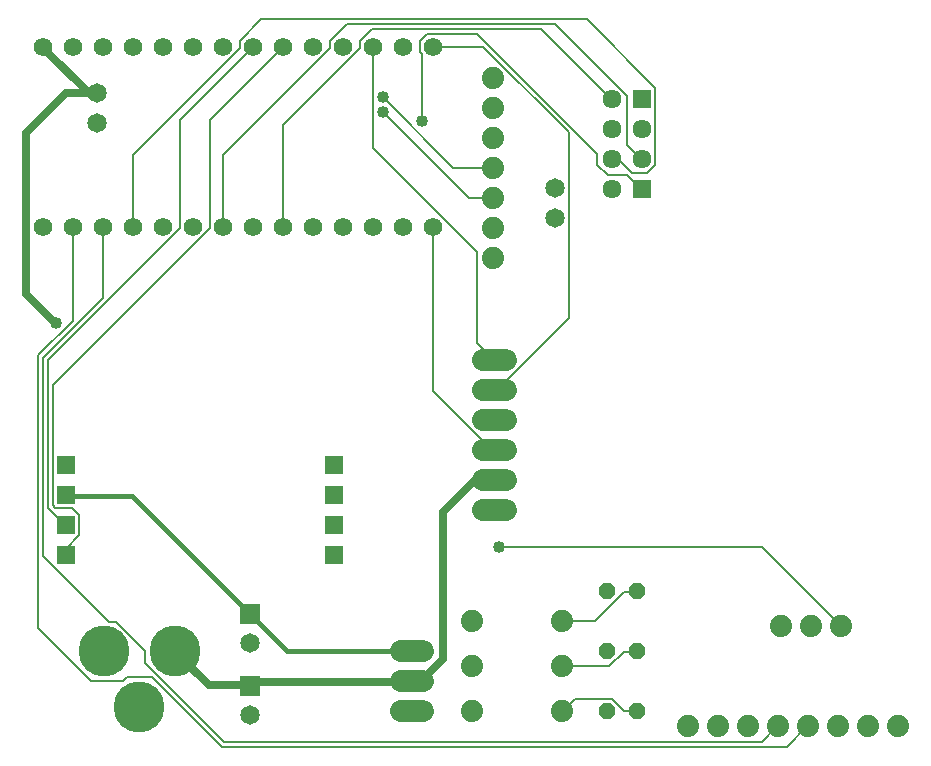
<source format=gtl>
G04 EAGLE Gerber X2 export*
%TF.Part,Single*%
%TF.FileFunction,Other,Top Copper*%
%TF.FilePolarity,Positive*%
%TF.GenerationSoftware,Autodesk,EAGLE,9.1.1*%
%TF.CreationDate,2018-07-22T08:43:09Z*%
G75*
%MOMM*%
%FSLAX34Y34*%
%LPD*%
%AMOC8*
5,1,8,0,0,1.08239X$1,22.5*%
G01*
%ADD10R,1.651000X1.651000*%
%ADD11C,1.651000*%
%ADD12C,4.318000*%
%ADD13P,1.539592X8X22.500000*%
%ADD14C,1.879600*%
%ADD15C,1.879600*%
%ADD16C,1.574800*%
%ADD17R,1.509600X1.509600*%
%ADD18R,1.609600X1.609600*%
%ADD19C,1.609600*%
%ADD20C,0.381000*%
%ADD21C,0.203200*%
%ADD22C,1.016000*%
%ADD23C,0.635000*%


D10*
X200980Y120450D03*
D11*
X200980Y95450D03*
X71120Y561340D03*
X71120Y535940D03*
D12*
X137000Y88900D03*
X77000Y88900D03*
X107000Y41900D03*
D13*
X502600Y139700D03*
X528000Y139700D03*
X502600Y88900D03*
X528000Y88900D03*
X502600Y38100D03*
X528000Y38100D03*
D14*
X417068Y208280D02*
X398272Y208280D01*
X398272Y233680D02*
X417068Y233680D01*
X417068Y259080D02*
X398272Y259080D01*
X398272Y284480D02*
X417068Y284480D01*
X417068Y309880D02*
X398272Y309880D01*
X398272Y335280D02*
X417068Y335280D01*
D15*
X749300Y25400D03*
X723900Y25400D03*
X698500Y25400D03*
X673100Y25400D03*
X647700Y25400D03*
X622300Y25400D03*
X596900Y25400D03*
X571500Y25400D03*
X388300Y114300D03*
X464500Y114300D03*
X388300Y76200D03*
X464500Y76200D03*
X388300Y38100D03*
X464500Y38100D03*
X406400Y421640D03*
X406400Y447040D03*
X406400Y472440D03*
X406400Y497840D03*
X406400Y523240D03*
X406400Y548640D03*
X406400Y574040D03*
D16*
X25400Y448310D03*
X50800Y448310D03*
X76200Y448310D03*
X101600Y448310D03*
X127000Y448310D03*
X152400Y448310D03*
X177800Y448310D03*
X203200Y448310D03*
X228600Y448310D03*
X254000Y448310D03*
X279400Y448310D03*
X304800Y448310D03*
X330200Y448310D03*
X355600Y448310D03*
X355600Y600710D03*
X330200Y600710D03*
X304800Y600710D03*
X279400Y600710D03*
X254000Y600710D03*
X228600Y600710D03*
X203200Y600710D03*
X177800Y600710D03*
X152400Y600710D03*
X127000Y600710D03*
X101600Y600710D03*
X76200Y600710D03*
X50800Y600710D03*
X25400Y600710D03*
D17*
X271780Y246380D03*
X271780Y220980D03*
X271780Y195580D03*
X271780Y170180D03*
X44450Y246380D03*
X44450Y220980D03*
X44450Y195580D03*
X44450Y170180D03*
D18*
X532130Y556260D03*
D19*
X532130Y530860D03*
X532130Y505460D03*
X506730Y505460D03*
X506730Y530860D03*
X506730Y556260D03*
X506730Y480060D03*
D18*
X532130Y480060D03*
D15*
X650000Y110000D03*
X675400Y110000D03*
X700800Y110000D03*
D14*
X347218Y38100D02*
X328422Y38100D01*
X328422Y63500D02*
X347218Y63500D01*
X347218Y88900D02*
X328422Y88900D01*
D11*
X458470Y481330D03*
X458470Y455930D03*
D10*
X200660Y59490D03*
D11*
X200660Y34490D03*
D20*
X100584Y220472D02*
X44704Y220472D01*
X100584Y220472D02*
X200152Y120904D01*
X44704Y220472D02*
X44450Y220980D01*
X200152Y120904D02*
X200980Y120450D01*
X231648Y89408D02*
X337312Y89408D01*
X231648Y89408D02*
X202184Y118872D01*
X337312Y89408D02*
X337820Y88900D01*
X202184Y118872D02*
X200980Y120450D01*
D21*
X43688Y196088D02*
X29464Y210312D01*
X29464Y335280D01*
X141224Y447040D01*
X141224Y538480D01*
X203200Y600456D01*
X43688Y196088D02*
X44450Y195580D01*
X203200Y600456D02*
X203200Y600710D01*
X372872Y497840D02*
X406400Y497840D01*
X372872Y497840D02*
X312928Y557784D01*
D22*
X312928Y557784D03*
D21*
X44704Y175768D02*
X44704Y170688D01*
X44704Y175768D02*
X55880Y186944D01*
X55880Y204216D01*
X49784Y210312D01*
X35560Y210312D01*
X33528Y212344D01*
X33528Y313944D01*
X166624Y447040D01*
X166624Y538480D01*
X228600Y600456D01*
X44704Y170688D02*
X44450Y170180D01*
X228600Y600456D02*
X228600Y600710D01*
X386080Y472440D02*
X406400Y472440D01*
X386080Y472440D02*
X312928Y545592D01*
D22*
X312928Y545592D03*
D21*
X304800Y515112D02*
X304800Y600710D01*
X304800Y515112D02*
X393192Y426720D01*
X393192Y349504D01*
X407416Y335280D01*
X407670Y335280D01*
X398272Y600456D02*
X355600Y600456D01*
X398272Y600456D02*
X470408Y528320D01*
X470408Y370840D01*
X409448Y309880D01*
X407670Y309880D01*
X355600Y600456D02*
X355600Y600710D01*
X355600Y448310D02*
X355600Y308864D01*
X405384Y259080D01*
X407670Y259080D01*
D23*
X64008Y561340D02*
X25400Y599948D01*
X25400Y600710D01*
X165608Y59944D02*
X200152Y59944D01*
X165608Y59944D02*
X137160Y88392D01*
X200152Y59944D02*
X200660Y59490D01*
X137160Y88392D02*
X137000Y88900D01*
X205232Y62992D02*
X337312Y62992D01*
X205232Y62992D02*
X203200Y60960D01*
X337312Y62992D02*
X337820Y63500D01*
X203200Y60960D02*
X200660Y59490D01*
X390906Y233680D02*
X407670Y233680D01*
X390906Y233680D02*
X363982Y206756D01*
X363982Y82042D01*
X346964Y65024D01*
X340360Y65024D01*
X337820Y63500D01*
X10922Y527304D02*
X44958Y561340D01*
X10922Y527304D02*
X10922Y391160D01*
X35306Y366776D01*
D22*
X36576Y366776D03*
D23*
X64008Y561340D02*
X71120Y561340D01*
X44958Y561340D01*
X36576Y366776D02*
X35306Y366776D01*
D21*
X76200Y388112D02*
X76200Y448310D01*
X76200Y388112D02*
X25400Y337312D01*
X25400Y169672D01*
X81280Y113792D01*
X87376Y113792D01*
X111760Y89408D01*
X111760Y79248D01*
X178816Y12192D01*
X633984Y12192D01*
X647192Y25400D01*
X647700Y25400D01*
X50800Y368808D02*
X50800Y448310D01*
X50800Y368808D02*
X21336Y339344D01*
X21336Y108712D01*
X66040Y64008D01*
X93472Y64008D01*
X96520Y67056D01*
X117856Y67056D01*
X176784Y8128D01*
X655320Y8128D01*
X672592Y25400D01*
X673100Y25400D01*
X228600Y448310D02*
X228600Y534416D01*
X293624Y599440D01*
X293624Y605536D01*
X303784Y615696D01*
X447040Y615696D01*
X505968Y556768D01*
X506730Y556260D01*
X177800Y509016D02*
X177800Y448310D01*
X177800Y509016D02*
X268224Y599440D01*
X268224Y605536D01*
X282448Y619760D01*
X459232Y619760D01*
X520192Y558800D01*
X520192Y517144D01*
X531368Y505968D01*
X532130Y505460D01*
X101600Y509016D02*
X101600Y448310D01*
X101600Y509016D02*
X192024Y599440D01*
X192024Y605536D01*
X210312Y623824D01*
X485648Y623824D01*
X543560Y565912D01*
X543560Y500888D01*
X536448Y493776D01*
X524256Y493776D01*
X513080Y504952D01*
X506984Y504952D01*
X506730Y505460D01*
X346456Y537464D02*
X346456Y594360D01*
X344424Y596392D01*
X344424Y605536D01*
X350520Y611632D01*
X393192Y611632D01*
X494792Y510032D01*
X494792Y500888D01*
X503936Y491744D01*
X520192Y491744D01*
X531368Y480568D01*
X532130Y480060D01*
D22*
X346456Y537464D03*
D21*
X517144Y139192D02*
X527304Y139192D01*
X517144Y139192D02*
X492760Y114808D01*
X465328Y114808D01*
X527304Y139192D02*
X528000Y139700D01*
X465328Y114808D02*
X464500Y114300D01*
X517144Y88392D02*
X527304Y88392D01*
X517144Y88392D02*
X504952Y76200D01*
X464500Y76200D01*
X527304Y88392D02*
X528000Y88900D01*
X527304Y38608D02*
X517144Y38608D01*
X506984Y48768D01*
X475488Y48768D01*
X465328Y38608D01*
X527304Y38608D02*
X528000Y38100D01*
X465328Y38608D02*
X464500Y38100D01*
X411480Y176784D02*
X633984Y176784D01*
X700024Y110744D01*
X700800Y110000D01*
D22*
X411480Y176784D03*
M02*

</source>
